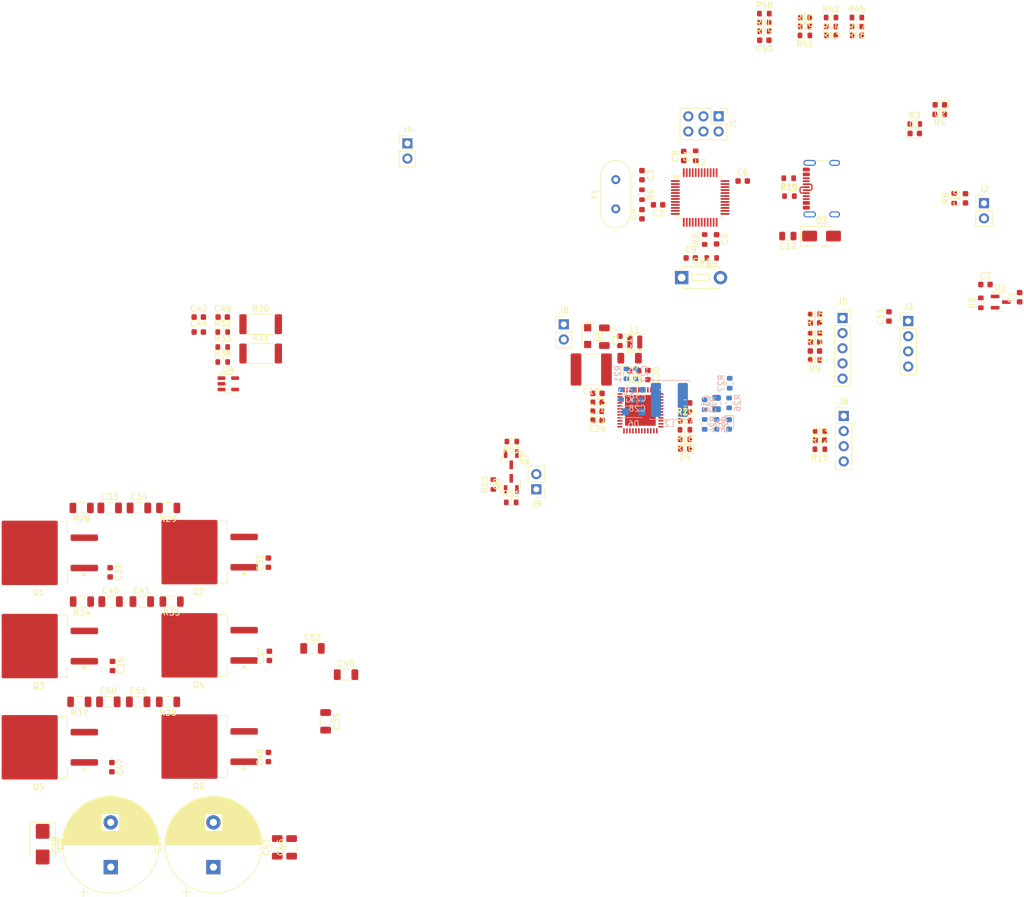
<source format=kicad_pcb>
(kicad_pcb (version 20241229) (generator "pcbnew") (generator_version "9.0")
  (layers (0 "F.Cu" signal) (2 "B.Cu" signal) (13 "F.Paste" user) (15 "B.Paste" user) (5 "F.SilkS" user "F.Silkscreen") (7 "B.SilkS" user "B.Silkscreen") (1 "F.Mask" user) (3 "B.Mask" user) (25 "Edge.Cuts" user))
  (net 0 "")
  (net 1 "+3.3V")
  (net 2 "GND")
  (net 3 "/STM32F103 MCU/OSCIN")
  (net 4 "/STM32F103 MCU/OSCOUT")
  (net 5 "Temp_Sense")
  (net 6 "/STM32F103 MCU/RESET")
  (net 7 "DIR")
  (net 8 "+5VDC")
  (net 9 "Speed_Ref")
  (net 10 "HC")
  (net 11 "HB")
  (net 12 "HA")
  (net 13 "Net-(D5-K)")
  (net 14 "VGD")
  (net 15 "DVDD")
  (net 16 "/3-Phase Motor Control/VIN")
  (net 17 "Net-(U3-VGLS)")
  (net 18 "Net-(U3-CPH)")
  (net 19 "Net-(U3-CPL)")
  (net 20 "VDC")
  (net 21 "Net-(U3-VCP)")
  (net 22 "VCC")
  (net 23 "Net-(D6-A)")
  (net 24 "Net-(U3-BST)")
  (net 25 "Net-(C29-Pad1)")
  (net 26 "Net-(U3-FB)")
  (net 27 "Net-(C30-Pad2)")
  (net 28 "GHA")
  (net 29 "SHA")
  (net 30 "SLA")
  (net 31 "GLA")
  (net 32 "Net-(C33-Pad1)")
  (net 33 "Net-(C34-Pad2)")
  (net 34 "SHB")
  (net 35 "GHB")
  (net 36 "GLB")
  (net 37 "Net-(C40-Pad1)")
  (net 38 "Net-(C41-Pad2)")
  (net 39 "Net-(U4--)")
  (net 40 "Net-(U4-+)")
  (net 41 "GHC")
  (net 42 "SHC")
  (net 43 "GLC")
  (net 44 "IA_IDC")
  (net 45 "Net-(C50-Pad1)")
  (net 46 "Net-(C51-Pad2)")
  (net 47 "DC_FB")
  (net 48 "Net-(D3-A)")
  (net 49 "Net-(J1-Pin_4)")
  (net 50 "Net-(J1-Pin_3)")
  (net 51 "/STM32F103 MCU/SWDCLK")
  (net 52 "/STM32F103 MCU/SWDIO")
  (net 53 "UART_RX")
  (net 54 "UART_TX")
  (net 55 "POWER_ON")
  (net 56 "Net-(J6-Pin_2)")
  (net 58 "/STM32F103 MCU/D-")
  (net 59 "Net-(J7-CC2)")
  (net 60 "/STM32F103 MCU/D+")
  (net 62 "Net-(J7-CC1)")
  (net 63 "+15V")
  (net 64 "Net-(Q7-C)")
  (net 65 "Net-(Q7-B)")
  (net 66 "Net-(Q8-B)")
  (net 67 "/STM32F103 MCU/BOOT0")
  (net 68 "/STM32F103 MCU/BOOT1")
  (net 69 "Net-(D1-K)")
  (net 70 "LED")
  (net 71 "Net-(D2-K)")
  (net 72 "Net-(U1-VO)")
  (net 73 "FAULT")
  (net 74 "Net-(D4-K)")
  (net 75 "SDI")
  (net 76 "SDO")
  (net 77 "SCLK")
  (net 78 "Net-(U3-RT{slash}SD)")
  (net 79 "Net-(U3-RCL)")
  (net 80 "Net-(R23-Pad1)")
  (net 81 "Net-(D7-A)")
  (net 82 "Net-(R30-Pad1)")
  (net 83 "Net-(R36-Pad1)")
  (net 84 "Net-(R39-Pad1)")
  (net 85 "BEMF_A")
  (net 86 "BEMF_AL")
  (net 87 "Net-(R42-Pad1)")
  (net 88 "BEMF_B")
  (net 89 "BEMF_BL")
  (net 90 "Net-(R45-Pad1)")
  (net 91 "BEMF_C")
  (net 92 "BEMF_CL")
  (net 93 "Net-(R48-Pad1)")
  (net 95 "INL_A")
  (net 96 "INH_A")
  (net 98 "SCS")
  (net 99 "ENABLE_GD")
  (net 100 "INH_B")
  (net 101 "INH_C")
  (net 102 "INL_C")
  (net 105 "INL_B")
  (footprint "Capacitor_THT:CP_Radial_D16.0mm_P7.50mm" (layer "F.Cu") (at 76.7 190.712755 90)
    (property "Reference" "C38")
    (property "Value" "390uF" (hide yes))
  )
  (footprint "Capacitor_SMD:C_0603_1608Metric" (layer "F.Cu") (at 207.08 98.405 90)
    (property "Reference" "C11")
    (property "Value" "100nF" (hide yes))
  )
  (footprint "Resistor_SMD:R_0603_1608Metric" (layer "F.Cu") (at 172.9 119 180)
    (property "Reference" "R16")
    (property "Value" "510" (hide yes))
  )
  (footprint "Connector_PinSocket_2.54mm:PinSocket_1x05_P2.54mm_Vertical" (layer "F.Cu") (at 199.3 98.66)
    (property "Reference" "J5")
    (property "Value" "HALL")
  )
  (footprint "Capacitor_SMD:C_0603_1608Metric" (layer "F.Cu") (at 228.97 95.175 90)
    (property "Reference" "C1")
    (property "Value" "100nF" (hide yes))
  )
  (footprint "Capacitor_SMD:C_0603_1608Metric" (layer "F.Cu") (at 223.245 93.05)
    (property "Reference" "C7")
    (property "Value" "100nF" (hide yes))
  )
  (footprint "Resistor_SMD:R_0603_1608Metric" (layer "F.Cu") (at 222.47 96.125 90)
    (property "Reference" "R5")
    (property "Value" "10k" (hide yes))
  )
  (footprint "Capacitor_SMD:C_0603_1608Metric" (layer "F.Cu") (at 194.675 99.5)
    (property "Reference" "C16")
    (property "Value" "1000pF" (hide yes))
  )
  (footprint "Capacitor_SMD:C_0603_1608Metric" (layer "F.Cu") (at 178.2 85.475 -90)
    (property "Reference" "C5")
    (property "Value" "100nF" (hide yes))
  )
  (footprint "Capacitor_SMD:C_0603_1608Metric" (layer "F.Cu") (at 95.46 98.51)
    (property "Reference" "C49")
    (property "Value" "1000pF")
  )
  (footprint "Capacitor_SMD:C_0603_1608Metric" (layer "F.Cu") (at 168.4 79.7 180)
    (property "Reference" "C2")
    (property "Value" "100nF" (hide yes))
  )
  (footprint "Resistor_SMD:R_0603_1608Metric" (layer "F.Cu") (at 172.925 115.9)
    (property "Reference" "R19")
    (property "Value" "0R" (hide yes))
  )
  (footprint "Resistor_SMD:R_0603_1608Metric" (layer "F.Cu") (at 186.2 50.6)
    (property "Reference" "R50")
    (property "Value" "191k" (hide yes))
  )
  (footprint "Diode_SMD:Nexperia_CFP3_SOD-123W" (layer "F.Cu") (at 156.6 101.7 -90)
    (property "Reference" "D5")
    (property "Value" "DFLS1200-7" (hide yes))
  )
  (footprint "Resistor_SMD:R_1206_3216Metric" (layer "F.Cu") (at 71.875 146.2 180)
    (property "Reference" "R34")
    (property "Value" "1.50k" (hide yes))
  )
  (footprint "Capacitor_SMD:C_0603_1608Metric" (layer "F.Cu") (at 172.7 71.5 90)
    (property "Reference" "C8")
    (property "Value" "100nF" (hide yes))
  )
  (footprint "Capacitor_SMD:C_1206_3216Metric" (layer "F.Cu") (at 104.6 187.400001 90)
    (property "Reference" "C43")
    (property "Value" "2.2uF" (hide yes))
  )
  (footprint "Resistor_SMD:R_0603_1608Metric" (layer "F.Cu") (at 218 78.6 90)
    (property "Reference" "R8")
    (property "Value" "2M" (hide yes))
  )
  (footprint "Resistor_SMD:R_0603_1608Metric" (layer "F.Cu") (at 172.925 114.4 180)
    (property "Reference" "R17")
    (property "Value" "18k" (hide yes))
  )
  (footprint "Resistor_SMD:R_0603_1608Metric" (layer "F.Cu") (at 215.575 64.535 180)
    (property "Reference" "R4")
    (property "Value" "510" (hide yes))
  )
  (footprint "Resistor_SMD:R_0603_1608Metric" (layer "F.Cu") (at 201.7 51.3)
    (property "Reference" "R47")
    (property "Value" "23.2k" (hide yes))
  )
  (footprint "Resistor_SMD:R_0603_1608Metric" (layer "F.Cu") (at 143.9 119.375 180)
    (property "Reference" "R52")
    (property "Value" "3.30k" (hide yes))
  )
  (footprint "Capacitor_SMD:C_2220_5750Metric" (layer "F.Cu") (at 157.2 107.3 180)
    (property "Reference" "C18")
    (property "Value" "4.7uF" (hide yes))
  )
  (footprint "Capacitor_SMD:C_1206_3216Metric" (layer "F.Cu") (at 163.625 105.4 180)
    (property "Reference" "C22")
    (property "Value" "3.3uF" (hide yes))
  )
  (footprint "Capacitor_SMD:C_1206_3216Metric" (layer "F.Cu") (at 81.425 130.5)
    (property "Reference" "C34")
    (property "Value" "3900pF" (hide yes))
  )
  (footprint "Capacitor_SMD:C_0603_1608Metric" (layer "F.Cu") (at 195.5 119.16)
    (property "Reference" "C13")
    (property "Value" "100nF" (hide yes))
  )
  (footprint "Capacitor_SMD:C_0603_1608Metric" (layer "F.Cu") (at 76.899999 173.954501 -90)
    (property "Reference" "C47")
    (property "Value" "1nF" (hide yes))
  )
  (footprint "Package_TO_SOT_SMD:SOT-23" (layer "F.Cu") (at 143.8 126.475 90)
    (property "Reference" "Q8")
    (property "Value" "FMMT593TA" (hide yes))
  )
  (footprint "Connector_PinHeader_2.54mm:PinHeader_1x04_P2.54mm_Vertical" (layer "F.Cu") (at 199.5 115.08)
    (property "Reference" "J6")
    (property "Value" "Speed")
  )
  (footprint "Resistor_SMD:R_0603_1608Metric" (layer "F.Cu") (at 186.2 47.64)
    (property "Reference" "R48")
    (property "Value" "2.0M" (hide yes))
  )
  (footprint "Resistor_SMD:R_1206_3216Metric" (layer "F.Cu") (at 86.9 146.2 180)
    (property "Reference" "R35")
    (property "Value" "1.50k" (hide yes))
  )
  (footprint "Crystal:Crystal_HC18-U_Vertical" (layer "F.Cu") (at 161.310212 80.373909 90)
    (property "Reference" "Y1")
    (property "Value" "8Mhz" (hide yes))
  )
  (footprint "Capacitor_SMD:C_0603_1608Metric" (layer "F.Cu") (at 165.7 81.275 90)
    (property "Reference" "C4")
    (property "Value" "20pF" (hide yes))
  )
  (footprint "Resistor_SMD:R_0603_1608Metric" (layer "F.Cu") (at 190.281692 75.23052 180)
    (property "Reference" "R14")
    (property "Value" "5.1k" (hide yes))
  )
  (footprint "Package_TO_SOT_SMD:SOT-23" (layer "F.Cu") (at 225.8 96)
    (property "Reference" "U1")
    (property "Value" "TMP235A4DBZR" (hide yes))
  )
  (footprint "Capacitor_SMD:C_0805_2012Metric" (layer "F.Cu") (at 190.131692 84.93052 180)
    (property "Reference" "C12")
    (property "Value" "4.7uF" (hide yes))
  )
  (footprint "Package_TO_SOT_SMD:TO-263-2" (layer "F.Cu") (at 64.625 138.035 180)
    (property "Reference" "Q1")
    (property "Value" "CSD19536KTT" (hide yes))
  )
  (footprint "Capacitor_SMD:C_0603_1608Metric" (layer "F.Cu") (at 194.675 102.7)
    (property "Reference" "C15")
    (property "Value" "1000pF" (hide yes))
  )
  (footprint "Resistor_SMD:R_0603_1608Metric" (layer "F.Cu") (at 172.9 117.4 180)
    (property "Reference" "R18")
    (property "Value" "10k" (hide yes))
  )
  (footprint "DRV8350RHRGZT:QFN50P700X700X100-49N" (layer "F.Cu") (at 165.435 114.15)
    (property "Reference" "U3")
    (property "Value" "DRV8350RHRGZT" (hide yes))
  )
  (footprint "Capacitor_SMD:C_1206_3216Metric" (layer "F.Cu") (at 76.525 130.5)
    (property "Reference" "C33")
    (property "Value" "3900pF" (hide yes))
  )
  (footprint "Package_TO_SOT_SMD:TO-263-2" (layer "F.Cu") (at 91.4 153.535 180)
    (property "Reference" "Q4")
    (property "Value" "CSD19536KTT" (hide yes))
  )
  (footprint "Capacitor_SMD:C_0603_1608Metric" (layer "F.Cu") (at 91.45 101.02)
    (property "Reference" "C44")
    (property "Value" "100nF")
  )
  (footprint "Capacitor_SMD:C_0603_1608Metric" (layer "F.Cu") (at 103.275 155.3 90)
    (property "Reference" "C37")
    (property "Value" "1nF" (hide yes))
  )
  (footprint "Resistor_SMD:R_0603_1608Metric" (layer "F.Cu") (at 197.375 51.3)
    (property "Reference" "R44")
    (property "Value" "23.2k" (hide yes))
  )
  (footprint "Resistor_SMD:R_0603_1608Metric" (layer "F.Cu") (at 193 48.3 180)
    (property "Reference" "R39")
    (property "Value" "249k" (hide yes))
  )
  (footprint "Resistor_SMD:R_0603_1608Metric" (layer "F.Cu") (at 143.8 129.575)
    (property "Reference" "R51")
    (property "Value" "97.6k" (hide yes))
  )
  (footprint "Capacitor_SMD:C_0603_1608Metric" (layer "F.Cu") (at 219.9 78.6 90)
    (property "Reference" "C10")
    (property "Value" "100nF" (hide yes))
  )
  (footprint "Resistor_SMD:R_0603_1608Metric" (layer "F.Cu") (at 211.4 66.135)
    (property "Reference" "R3")
    (property "Value" "510" (hide yes))
  )
  (footprint "Resistor_SMD:R_0603_1608Metric" (layer "F.Cu") (at 95.46 106.04)
    (property "Reference" "R36")
    (property "Value" "100")
  )
  (footprint "Package_TO_SOT_SMD:TO-263-2" (layer "F.Cu") (at 91.4 170.5 180)
    (property "Reference" "Q6")
    (property "Value" "CSD19536KTT" (hide yes))
  )
  (footprint "Resistor_SMD:R_2512_6332Metric" (layer "F.Cu") (at 101.82 99.71)
    (property "Reference" "R30")
    (property "Value" "0.001")
  )
  (footprint "Capacitor_SMD:C_0603_1608Metric" (layer "F.Cu") (at 173.875 88.6)
    (property "Reference" "C9")
    (property "Value" "1uF" (hide yes))
  )
  (footprint "Resistor_SMD:R_0603_1608Metric" (layer "F.Cu") (at 177.375 88.6 180)
    (property "Reference" "R7")
    (property "Value" "10k" (hide yes))
  )
  (footprint "Diode_SMD:D_SMA" (layer "F.Cu") (at 195.781692 84.93052)
    (property "Reference" "D3")
    (property "Value" "1N4148" (hide yes))
  )
  (footprint "Resistor_SMD:R_0603_1608Metric" (layer "F.Cu") (at 197.375 48.3)
    (property "Reference" "R42")
    (property "Value" "249k" (hide yes))
  )
  (footprint "Resistor_SMD:R_0603_1608Metric" (layer "F.Cu") (at 140.8 126.575 90)
    (property "Reference" "R53")
    (property "Value" "2.0M" (hide yes))
  )
  (footprint "Capacitor_SMD:C_1206_3216Metric" (layer "F.Cu") (at 116.125 158.45)
    (property "Reference" "C45")
    (property "Value" "2.2uF")
  )
  (footprint "Capacitor_SMD:C_0603_1608Metric" (layer "F.Cu") (at 164.4 107.5 180)
    (property "Reference" "C25")
    (property "Value" "100nF" (hide yes))
  )
  (footprint "Capacitor_THT:CP_Radial_D16.0mm_P7.50mm" (layer "F.Cu") (at 93.9 190.712755 90)
    (property "Reference" "C39")
    (property "Value" "390uF" (hide yes))
  )
  (footprint "Capacitor_SMD:C_0603_1608Metric" (layer "F.Cu") (at 76.6 141.3 -90)
    (property "Reference" "C31")
    (property "Value" "1nF" (hide yes))
  )
  (footprint "Capacitor_SMD:C_0603_1608Metric" (layer "F.Cu") (at 103.120498 172.253619 90)
    (property "Reference" "C48")
    (property "Value" "1nF" (hide yes))
  )
  (footprint "Resistor_SMD:R_0603_1608Metric" (layer "F.Cu") (at 201.7 49.8 180)
    (property "Reference" "R46")
    (property "Value" "249k" (hide yes))
  )
  (footprint "Resistor_SMD:R_0603_1608Metric" (layer "F.Cu") (at 174.7 71.475 90)
    (property "Reference" "R1")
    (property "Value" "100k" (hide yes))
  )
  (footprint "Capacitor_SMD:C_1206_3216Metric" (layer "F.Cu") (at 76.3 163)
    (property "Reference" "C50")
    (property "Value" "3900pF" (hide yes))
  )
  (footprint "Resistor_SMD:R_0603_1608Metric" (layer "F.Cu") (at 165.7 78 -90)
    (property "Reference" "R6")
    (property "Value" "1M" (hide yes))
  )
  (footprint "Package_QFP:LQFP-48_7x7mm_P0.5mm" (layer "F.Cu") (at 175.45 78.4625)
    (property "Reference" "U2")
    (property "Value" "STM32F103C8Tx" (hide yes))
  )
  (footprint "Capacitor_SMD:C_0603_1608Metric" (layer "F.Cu") (at 194.675 104.2 180)
    (property "Reference" "C14")
    (property "Value" "1000pF" (hide yes))
  )
  (footprint "Resistor_SMD:R_0603_1608Metric" (layer "F.Cu") (at 95.46 101.02)
    (property "Reference" "R32")
    (property "Value" "10.0")
  )
  (footprint "Diode_SMD:D_SMB" (layer "F.Cu") (at 65.3 186.862755 -90)
    (property "Reference" "D8")
    (property "Value" "SMBJ70CA-13-F" (hide yes))
  )
  (footprint "Resistor_SMD:R_1206_3216Metric" (layer "F.Cu") (at 86.325 130.5 180)
    (property "Reference" "R29")
    (property "Value" "1.50k" (hide yes))
  )
  (footprint "Capacitor_SMD:C_1206_3216Metric" (layer "F.Cu") (at 81.9 146.2)
    (property "Reference" "C41")
    (property "Value" "3900pF" (hide yes))
  )
  (footprint "Connector_PinHeader_2.54mm:PinHeader_1x04_P2.54mm_Vertical" (layer "F.Cu") (at 210.3 99.18)
    (property "Reference" "J3")
    (property "Value" "SWD")
  )
  (footprint "Capacitor_SMD:C_0603_1608Metric" (layer "F.Cu") (at 165.7 74.725 -90)
    (property "Reference" "C3")
    (property "Value" "20pF" (hide yes))
  )
  (footprint "Resistor_SMD:R_0603_1608Metric" (layer "F.Cu") (at 197.375 49.8 180)
    (property "Reference" "R43")
    (property "Value" "249k" (hide yes))
  )
  (footprint "Capacitor_SMD:C_1206_3216Metric" (layer "F.Cu") (at 110.5 154.05)
    (property "Reference" "C52")
    (property "Value" "2.2uF")
  )
  (footprint "Resistor_SMD:R_0603_1608Metric" (layer "F.Cu") (at 194.675 98 180)
    (property "Reference" "R13")
    (property "Value" "3.3k" (hide yes))
  )
  (footprint "Connector_PinHeader_2.54mm:PinHeader_1x02_P2.54mm_Vertical" (layer "F.Cu") (at 148 127.375 180)
    (property "Reference" "J9")
    (property "Value" "Conn_01x02" (hide yes))
  )
  (footprint "LED_SMD:LED_0603_1608Metric" (layer "F.Cu") (at 215.6 62.935 180)
    (property "Reference" "D2")
    (property "Value" "Programmable" (hide yes))
  )
  (footprint "Resistor_SMD:R_0603_1608Metric" (layer "F.Cu") (at 194.675 105.7 180)
    (property "Reference" "R9")
    (property "Value" "3.3k" (hide yes))
  )
  (footprint "Package_TO_SOT_SMD:SOT-23-5" (layer "F.Cu") (at 96.4 109.695)
    (property "Reference" "U4")
    (property "Value" "INA180A3IDBVT")
  )
  (footprint "Capacitor_SMD:C_0603_1608Metric" (layer "F.Cu") (at 77 157 -90)
    (property "Reference" "C36")
    (property "Value" "1nF" (hide yes))
  )
  (footprint "Capacitor_SMD:C_0603_1608Metric" (layer "F.Cu") (at 103.110815 139.674424 90)
    (property "Reference" "C32")
    (property "Value" "1nF" (hide yes))
  )
  (footprint "Capacitor_SMD:C_0603_1608Metric" (layer "F.Cu") (at 158.25 111.3 180)
    (property "Reference" "C23")
    (property "Value" "1uF" (hide yes))
  )
  (footprint "Connector_PinHeader_2.54mm:PinHeader_2x03_P2.54mm_Vertical" (layer "F.Cu") (at 178.54 64.86 -90)
    (property "Reference" "J1")
    (property "Value" "BOOT" (hide yes))
  )
  (footprint "Capacitor_SMD:C_0603_1608Metric" (layer "F.Cu") (at 158.225 112.8 180)
    (property "Reference" "C24")
    (property "Value" "47nF" (hide yes))
  )
  (footprint "Capacitor_SMD:C_0603_1608Metric" (layer "F.Cu") (at 182.575 75.7)
    (property "Reference" "C6")
    (property "Value" "100nF" (hide yes))
  )
  (footprint "Resistor_SMD:R_1206_3216Metric" (layer "F.Cu") (at 71.825 130.5 180)
    (property "Reference" "R28")
    (property "Value" "1.50k" (hide yes))
  )
  (footprint "Capacitor_SMD:C_1206_3216Metric" (layer "F.Cu") (at 107 187.400001 90)
    (property "Reference" "C46")
    (property "Value" "100nF" (hide yes))
  )
  (footprint "Connector_PinHeader_2.54mm:PinHeader_1x02_P2.54mm_Vertical" (layer "F.Cu") (at 223 79.425)
    (property "Reference" "J2")
    (property "Value" "Conn_01x02" (hide yes))
  )
  (footprint "Package_TO_SOT_SMD:SOT-23" (layer "F.Cu") (at 143.8 122.3375 -90)
    (property "Reference" "Q7")
    (property "Value" "FMMT493TA" (hide yes))
  )
  (footprint "Connector_PinHeader_2.54mm:PinHeader_1x02_P2.54mm_Vertical" (layer "F.Cu") (at 126.41 69.4)
    (property "Reference" "J4")
    (property "Value" "Conn_01x02")
  )
  (footprint "Connector_USB:USB_C_Receptacle_GCT_USB4105-xx-A_16P_TopMnt_Horizontal" (layer "F.Cu") (at 196.906692 76.98052 90)
    (property "Reference" "J7")
    (property "Value" "USB_C" (hide yes))
  )
  (footprint "Resistor_SMD:R_0603_1608Metric" (layer "F.Cu") (at 193 51.3 180)
    (property "Reference" "R41")
    (property "Value" "23.2k" (hide yes))
  )
  (footprint "Capacitor_SMD:C_0603_1608Metric" (layer "F.Cu") (at 158.225 114.3 180)
    (property "Reference" "C21")
    (property "Value" "100nF" (hide yes))
  )
  (footprint "Capacitor_SMD:C_0603_1608Metric" (layer "F.Cu") (at 162 102.5 -90)
    (property "Reference" "C19")
    (property "Value" "100nF" (hide yes))
  )
  (footprint "Resistor_SMD:R_0603_1608Metric" (layer "F.Cu") (at 201.7 48.3)
    (property "Reference" "R45")
    (property "Value" "249k" (hide yes))
  )
  (footprint "Capacitor_SMD:C_0603_1608Metric" (layer "F.Cu") (at 91.45 98.51)
    (property "Reference" "C42")
    (property "Value" "3300pF")
  )
  (footprint "Capacitor_SMD:C_1206_3216Metric" (layer "F.Cu") (at 112.7 166.275 -90)
    (property "Reference" "C35")
    (property "Value" "2.2uF" (hide yes))
  )
  (footprint "Package_TO_SOT_SMD:TO-263-2" (layer "F.Cu") (at 91.4 137.91 180)
    (property "Reference" "Q2")
    (property "Value" "CSD19536KTT" (hide yes))
  )
  (footprint "Resistor_SMD:R_0603_1608Metric" (layer "F.Cu") (at 176.2 85.5 90)
    (property "Reference" "R2")
    (property "Value" "100k" (hide yes))
  )
  (footprint "Resistor_SMD:R_0603_1608Metric" (layer "F.Cu") (at 193 49.8)
    (property "Reference" "R40")
    (property "Value" "249k" (hide yes))
  )
  (footprint "LED_SMD:LED_0603_1608Metric" (layer "F.Cu") (at 172.8875 120.6 180)
    (property "Reference" "D4")
    (property "Value" "Programmable" (hide yes))
  )
  (footprint "Capacitor_SMD:C_1206_3216Metric" (layer "F.Cu") (at 81.3 163)
    (property "Reference" "C51")
    (property "Value" "3900pF" (hide yes))
  )
  (footprint "Capacitor_SMD:C_1206_3216Metric" (layer "F.Cu") (at 159.4 101.8 -90)
    (property "Reference" "C17")
    (property "Value" "3.3uF" (hide yes))
  )
  (footprint "Resistor_SMD:R_1206_3216Metric" (layer "F.Cu") (at 86.3 163 180)
    (property "Reference" "R38")
    (property "Value" "1.50k" (hide yes))
  )
  (footprint "Resistor_SMD:R_1206_3216Metric" (layer "F.Cu") (at 71.4375 163 180)
    (property "Reference" "R37")
    (property "Value" "1.50k" (hide yes))
  )
  (footprint "Package_TO_SOT_SMD:TO-263-2" (layer "F.Cu") (at 64.625 153.66 180)
    (property "Reference" "Q3")
    (property "Value" "CSD19536KTT" (hide yes))
  )
  (footprint "Resistor_SMD:R_0603_1608Metric" (layer "F.Cu") (at 195.5 120.66 180)
    (property "Reference" "R15")
    (property "Value" "1M" (hide yes))
  )
  (footprint "Button_Switch_THT:SW_PUSH_1P1T_6x3.5mm_H5.0_APEM_MJTP1250" (layer "F.Cu") (at 172.35 91.9)
    (property "Reference" "SW1")
    (property "Value" "RESET" (hide yes))
  )
  (footprint "LED_SMD:LED_0603_1608Metric" (layer "F.Cu") (at 211.4 67.735)
    (property "Reference" "D1")
    (property "Value" "Power" (hide yes))
  )
  (footprint "Resistor_SMD:R_2512_6332Metric" (layer "F.Cu") (at 101.82 104.62)
    (property "Reference" "R31")
    (property "Value" "0.001")
  )
  (footprint "Capacitor_SMD:C_1206_3216Metric" (layer "F.Cu") (at 76.675 146.2)
    (property "Reference" "C40")
    (property "Value" "3900pF" (hide yes))
  )
  (footprint "Capacitor_SMD:C_0603_1608Metric" (layer "F.Cu") (at 166.7 108.225 -90)
    (property "Reference" "C20")
    (property "Value" "1uF" (hide yes))
  )
  (footprint "Resistor_SMD:R_0603_1608Metric" (layer "F.Cu") (at 195.5 117.66 180)
    (property "Reference" "R12")
    (property "Value" "10k" (hide yes))
  )
  (footprint "Package_TO_SOT_SMD:TO-263-2" (layer "F.Cu") (at 64.625 170.625 180)
    (property "Reference" "Q5")
    (property "Value" "CSD19536KTT" (hide yes))
  )
  (footprint "Resistor_SMD:R_0603_1608Metric" (layer "F.Cu") (at 190.406692 78.23052)
    (property "Reference" "R10")
    (property "Value" "5.1k" (hide yes))
  )
  (footprint "Inductor_SMD:L_APV_ANR252010" (layer "F.Cu") (at 164.5 102.7)
    (property "Reference" "L1")
    (property "Value" "33uH" (hide yes))
  )
  (footprint "Capacitor_SMD:C_0603_1608Metric" (layer "F.Cu") (at 186.2 52.1 180)
    (property "Reference" "C53")
    (property "Value" "100nF" (hide yes))
  )
  (footprint "Resistor_SMD:R_0603_1608Metric" (layer "F.Cu") (at 194.675 101.2 180)
    (property "Reference" "R11")
    (property "Value" "3.3k" (hide yes))
  )
  (footprint "Connector_PinHeader_2.54mm:PinHeader_1x02_P2.54mm_Vertical" (layer "F.Cu") (at 152.6 99.725)
    (property "Reference" "J8")
    (property "Value" "Conn_01x02" (hide yes))
  )
  (footprint "Resistor_SMD:R_0603_1608Metric" (layer "F.Cu") (at 186.2 49.1 180)
    (property "Reference" "R49")
    (property "Value" "2.0M" (hide yes))
  )
  (footprint "Capacitor_SMD:C_0603_1608Metric" (layer "F.Cu") (at 158.225 115.8 180)
    (property "Reference" "C26")
    (property "Value" "1uF" (hide yes))
  )
  (footprint "Resistor_SMD:R_0603_1608Metric" (layer "F.Cu") (at 95.46 103.53)
    (property "Reference" "R33")
    (property "Value" "10.0")
  )
  (footprint "Resistor_SMD:R_0603_1608Metric" (layer "F.Cu") (at 172.925 112.9 180)
    (property "Reference" "R20")
    (property "Value" "75k" (hide yes))
  )
  (footprint "Resistor_SMD:R_0603_1608Metric" (layer "B.Cu") (at 176.2 113.2 90)
    (property "Reference" "R23")
    (property "Value" "20k" (hide yes))
  )
  (footprint "Capacitor_SMD:C_0805_2012Metric" (layer "B.Cu") (at 178.2 113 -90)
    (property "Reference" "C30")
    (property "Value" "2.2uF" (hide yes))
  )
  (footprint "Resistor_SMD:R_0603_1608Metric" (layer "B.Cu") (at 176.2 116.5 90)
    (property "Reference" "R24")
    (property "Value" "4.02k" (hide yes))
  )
  (footprint "Resistor_SMD:R_0603_1608Metric" (layer "B.Cu") (at 180.3 112.9 90)
    (property "Reference" "R26")
    (property "Value" "20k" (hide yes))
  )
  (footprint "Resistor_SMD:R_0603_1608Metric" (layer "B.Cu") (at 178.2 116.5 90)
    (property "Reference" "R25")
    (property "Value" "0.91k" (hide yes))
  )
  (footprint "Inductor_SMD:L_APV_ANR6028" (layer "B.Cu") (at 170.3 112.4)
    (property "Reference" "L2")
    (property "Value" "330uH" (hide yes))
  )
  (footprint "Capacitor_SMD:C_0603_1608Metric" (layer "B.Cu") (at 164.9 112.4)
    (property "Reference" "C28")
    (property "Value" "10nF" (hide yes))
  )
  (footprint "Resistor_SMD:R_0603_1608Metric" (layer "B.Cu") (at 163.1 108.025 -90)
    (property "Reference" "R21")
    (property "Value" "249k" (hide yes))
  )
  (footprint "Resistor_SMD:R_0603_1608Metric" (layer "B.Cu") (at 162.2 111.5 90)
    (property "Reference" "R22")
    (property "Value" "133k" (hide yes))
  )
  (footprint "Capacitor_SMD:C_0603_1608Metric" (layer "B.Cu") (at 164.7 108.025 90)
    (property "Reference" "C27")
    (property "Value" "470nF" (hide yes))
  )
  (footprint "Capacitor_SMD:C_0603_1608Metric" (layer "B.Cu") (at 165 110.7)
    (property "Reference" "C29")
    (property "Value" "3nF" (hide yes))
  )
  (footprint "Diode_SMD:Nexperia_CFP3_SOD-123W" (layer "B.Cu") (at 164.3 114.4)
    (property "Reference" "D6")
    (property "Value" "DFLS1200-7" (hide yes))
  )
  (footprint "LED_SMD:LED_0603_1608Metric" (layer "B.Cu") (at 180.3 116.5 -90)
    (property "Reference" "D7")
    (property "Value" "LED" (hide yes))
  )
  (footprint "Resistor_SMD:R_0603_1608Metric" (layer "B.Cu") (at 180.4 109.6 -90)
    (property "Reference" "R27")
    (property "Value" "0R" (hide yes))
  )
  (segment (start 192.381692 77.73052) (end 192.181692 77.53052) (width 0.2) (layer "F.Cu") (net 58))
  (segment (start 192.381692 76.73052) (end 193.226692 76.73052) (width 0.2) (layer "F.Cu") (net 58))
  (segment (start 193.226692 77.73052) (end 192.381692 77.73052) (width 0.2) (layer "F.Cu") (net 58))
  (segment (start 192.181692 76.93052) (end 192.381692 76.73052) (width 0.2) (layer "F.Cu") (net 58))
  (segment (start 192.181692 77.53052) (end 192.181692 76.93052) (width 0.2) (layer "F.Cu") (net 58))
  (segment (start 193.981692 76.23052) (end 193.226692 76.23052) (width 0.2) (layer "F.Cu") (net 60))
  (segment (start 194.181692 77.03052) (end 194.181692 76.43052) (width 0.2) (layer "F.Cu") (net 60))
  (segment (start 193.981692 77.23052) (end 194.181692 77.03052) (width 0.2) (layer "F.Cu") (net 60))
  (segment (start 194.181692 76.43052) (end 193.981692 76.23052) (width 0.2) (layer "F.Cu") (net 60))
  (segment (start 193.226692 77.23052) (end 193.981692 77.23052) (width 0.2) (layer "F.Cu") (net 60))
)
</source>
